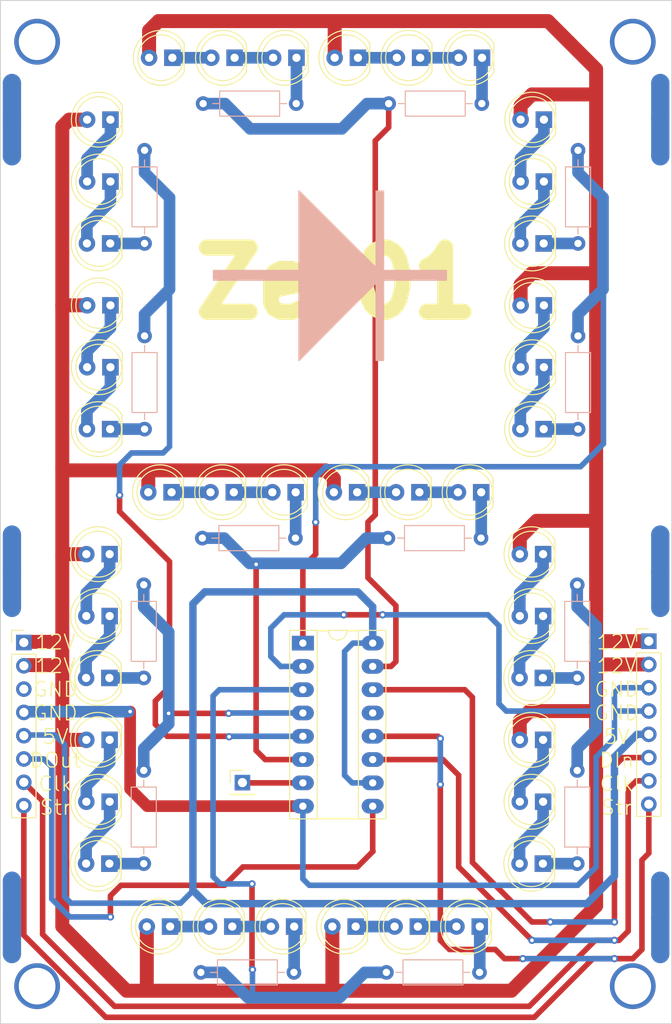
<source format=kicad_pcb>
(kicad_pcb (version 20211014) (generator pcbnew)
  (layers (0 "F.Cu" signal) (31 "B.Cu" signal) (34 "B.Paste" user) (35 "F.Paste" user) (36 "B.SilkS" user "B.Silkscreen") (37 "F.SilkS" user "F.Silkscreen") (38 "B.Mask" user) (39 "F.Mask" user) (44 "Edge.Cuts" user))
  (net 0 "")
  (footprint "LED_THT:LED_D5.0mm" (layer "F.Cu") (at 98.9125 89.8875 180)
    (fp_text reference "REF**" hide)
    (fp_text value "LED_D5.0mm" hide)
  )
  (footprint "LED_THT:LED_D5.0mm" (layer "F.Cu") (at 146.1875 103.3875 180)
    (fp_text reference "REF**" hide)
    (fp_text value "LED_D5.0mm" hide)
  )
  (footprint "LED_THT:LED_D5.0mm" (layer "F.Cu") (at 112.55 35.75 180)
    (fp_text reference "REF**" hide)
    (fp_text value "LED_D5.0mm" hide)
  )
  (footprint "LED_THT:LED_D5.0mm" (layer "F.Cu") (at 146.2125 110.1375 180)
    (fp_text reference "REF**" hide)
    (fp_text value "LED_D5.0mm" hide)
  )
  (footprint "LED_THT:LED_D5.0mm" (layer "F.Cu") (at 119.2125 83.1375 180)
    (fp_text reference "REF**" hide)
    (fp_text value "LED_D5.0mm" hide)
  )
  (footprint "LED_THT:LED_D5.0mm" (layer "F.Cu") (at 112.3 130.5 180)
    (fp_text reference "REF**" hide)
    (fp_text value "LED_D5.0mm" hide)
  )
  (footprint "LED_THT:LED_D5.0mm" (layer "F.Cu") (at 146.275 76.25 180)
    (fp_text reference "REF**" hide)
    (fp_text value "LED_D5.0mm" hide)
  )
  (footprint "LED_THT:LED_D5.0mm" (layer "F.Cu") (at 146.3 49.25 180)
    (fp_text reference "REF**" hide)
    (fp_text value "LED_D5.0mm" hide)
  )
  (footprint "LED_THT:LED_D5.0mm" (layer "F.Cu") (at 98.8875 103.3875 180)
    (fp_text reference "REF**" hide)
    (fp_text value "LED_D5.0mm" hide)
  )
  (footprint "LED_THT:LED_D5.0mm" (layer "F.Cu") (at 146.1875 123.6375 180)
    (fp_text reference "REF**" hide)
    (fp_text value "LED_D5.0mm" hide)
  )
  (footprint "LED_THT:LED_D5.0mm" (layer "F.Cu") (at 112.4625 83.1375 180)
    (fp_text reference "REF**" hide)
    (fp_text value "LED_D5.0mm" hide)
  )
  (footprint "LED_THT:LED_D5.0mm" (layer "F.Cu") (at 98.975 76.25 180)
    (fp_text reference "REF**" hide)
    (fp_text value "LED_D5.0mm" hide)
  )
  (footprint "LED_THT:LED_D5.0mm" (layer "F.Cu") (at 98.9125 110.1375 180)
    (fp_text reference "REF**" hide)
    (fp_text value "LED_D5.0mm" hide)
  )
  (footprint "LED_THT:LED_D5.0mm" (layer "F.Cu") (at 98.8875 123.6375 180)
    (fp_text reference "REF**" hide)
    (fp_text value "LED_D5.0mm" hide)
  )
  (footprint "Package_DIP:DIP-16_W7.62mm_Socket_LongPads" (layer "F.Cu") (at 120 99.59)
    (fp_text reference "REF**" hide)
    (fp_text value "DIP-16_W7.62mm_Socket_LongPads" hide)
  )
  (footprint "LED_THT:LED_D5.0mm" (layer "F.Cu") (at 99 62.75 180)
    (fp_text reference "REF**" hide)
    (fp_text value "LED_D5.0mm" hide)
  )
  (footprint "LED_THT:LED_D5.0mm" (layer "F.Cu") (at 146.2125 96.6375 180)
    (fp_text reference "REF**" hide)
    (fp_text value "LED_D5.0mm" hide)
  )
  (footprint "LED_THT:LED_D5.0mm" (layer "F.Cu") (at 146.2125 116.8875 180)
    (fp_text reference "REF**" hide)
    (fp_text value "LED_D5.0mm" hide)
  )
  (footprint "LED_THT:LED_D5.0mm" (layer "F.Cu") (at 105.51 130.5 180)
    (fp_text reference "REF**" hide)
    (fp_text value "LED_D5.0mm" hide)
  )
  (footprint "Connector_PinHeader_2.54mm:PinHeader_1x08_P2.54mm_Vertical" (layer "F.Cu") (at 89.55 99.525)
    (fp_text reference "REF**" hide)
    (fp_text value "PinHeader_1x08_P2.54mm_Vertical" hide)
  )
  (footprint "LED_THT:LED_D5.0mm" (layer "F.Cu") (at 119.05 130.5 180)
    (fp_text reference "REF**" hide)
    (fp_text value "LED_D5.0mm" hide)
  )
  (footprint "LED_THT:LED_D5.0mm" (layer "F.Cu") (at 99 49.25 180)
    (fp_text reference "REF**" hide)
    (fp_text value "LED_D5.0mm" hide)
  )
  (footprint "LED_THT:LED_D5.0mm" (layer "F.Cu") (at 99 42.5 180)
    (fp_text reference "REF**" hide)
    (fp_text value "LED_D5.0mm" hide)
  )
  (footprint "LED_THT:LED_D5.0mm" (layer "F.Cu") (at 146.3 62.75 180)
    (fp_text reference "REF**" hide)
    (fp_text value "LED_D5.0mm" hide)
  )
  (footprint "LED_THT:LED_D5.0mm" (layer "F.Cu") (at 99 69.5 180)
    (fp_text reference "REF**" hide)
    (fp_text value "LED_D5.0mm" hide)
  )
  (footprint "LED_THT:LED_D5.0mm" (layer "F.Cu") (at 105.6725 83.1375 180)
    (fp_text reference "REF**" hide)
    (fp_text value "LED_D5.0mm" hide)
  )
  (footprint "LED_THT:LED_D5.0mm" (layer "F.Cu") (at 132.55 130.5 180)
    (fp_text reference "REF**" hide)
    (fp_text value "LED_D5.0mm" hide)
  )
  (footprint "LED_THT:LED_D5.0mm" (layer "F.Cu") (at 105.76 35.75 180)
    (fp_text reference "REF**" hide)
    (fp_text value "LED_D5.0mm" hide)
  )
  (footprint "Connector_PinHeader_2.54mm:PinHeader_1x01_P2.54mm_Vertical" (layer "F.Cu") (at 113.400002 114.799999)
    (fp_text reference "REF**" hide)
    (fp_text value "PinHeader_1x01_P2.54mm_Vertical" hide)
  )
  (footprint "LED_THT:LED_D5.0mm" (layer "F.Cu") (at 146.275 56 180)
    (fp_text reference "REF**" hide)
    (fp_text value "LED_D5.0mm" hide)
  )
  (footprint "LED_THT:LED_D5.0mm" (layer "F.Cu") (at 146.3 69.5 180)
    (fp_text reference "REF**" hide)
    (fp_text value "LED_D5.0mm" hide)
  )
  (footprint "LED_THT:LED_D5.0mm" (layer "F.Cu") (at 98.975 56 180)
    (fp_text reference "REF**" hide)
    (fp_text value "LED_D5.0mm" hide)
  )
  (footprint "LED_THT:LED_D5.0mm" (layer "F.Cu") (at 146.3 42.5 180)
    (fp_text reference "REF**" hide)
    (fp_text value "LED_D5.0mm" hide)
  )
  (footprint "LED_THT:LED_D5.0mm" (layer "F.Cu") (at 139.55 35.75 180)
    (fp_text reference "REF**" hide)
    (fp_text value "LED_D5.0mm" hide)
  )
  (footprint "LED_THT:LED_D5.0mm" (layer "F.Cu") (at 126.01 35.75 180)
    (fp_text reference "REF**" hide)
    (fp_text value "LED_D5.0mm" hide)
  )
  (footprint "LED_THT:LED_D5.0mm" (layer "F.Cu") (at 98.9125 96.6375 180)
    (fp_text reference "REF**" hide)
    (fp_text value "LED_D5.0mm" hide)
  )
  (footprint "LED_THT:LED_D5.0mm" (layer "F.Cu") (at 146.2125 89.8875 180)
    (fp_text reference "REF**" hide)
    (fp_text value "LED_D5.0mm" hide)
  )
  (footprint "LED_THT:LED_D5.0mm" (layer "F.Cu") (at 139.3 130.5 180)
    (fp_text reference "REF**" hide)
    (fp_text value "LED_D5.0mm" hide)
  )
  (footprint "LED_THT:LED_D5.0mm" (layer "F.Cu") (at 119.3 35.75 180)
    (fp_text reference "REF**" hide)
    (fp_text value "LED_D5.0mm" hide)
  )
  (footprint "LED_THT:LED_D5.0mm" (layer "F.Cu") (at 125.9225 83.1375 180)
    (fp_text reference "REF**" hide)
    (fp_text value "LED_D5.0mm" hide)
  )
  (footprint "Connector_PinHeader_2.54mm:PinHeader_1x08_P2.54mm_Vertical" (layer "F.Cu") (at 157.75 99.375)
    (fp_text reference "REF**" hide)
    (fp_text value "PinHeader_1x08_P2.54mm_Vertical" hide)
  )
  (footprint "LED_THT:LED_D5.0mm" (layer "F.Cu") (at 139.4625 83.1375 180)
    (fp_text reference "REF**" hide)
    (fp_text value "LED_D5.0mm" hide)
  )
  (footprint "LED_THT:LED_D5.0mm" (layer "F.Cu") (at 125.76 130.5 180)
    (fp_text reference "REF**" hide)
    (fp_text value "LED_D5.0mm" hide)
  )
  (footprint "LED_THT:LED_D5.0mm" (layer "F.Cu") (at 98.9125 116.8875 180)
    (fp_text reference "REF**" hide)
    (fp_text value "LED_D5.0mm" hide)
  )
  (footprint "LED_THT:LED_D5.0mm" (layer "F.Cu") (at 132.8 35.75 180)
    (fp_text reference "REF**" hide)
    (fp_text value "LED_D5.0mm" hide)
  )
  (footprint "LED_THT:LED_D5.0mm" (layer "F.Cu") (at 132.7125 83.1375 180)
    (fp_text reference "REF**" hide)
    (fp_text value "LED_D5.0mm" hide)
  )
  (footprint "Resistor_THT:R_Axial_DIN0207_L6.3mm_D2.5mm_P10.16mm_Horizontal" (layer "B.Cu") (at 139.4375 88.1375 180)
    (fp_text reference "REF**" hide)
    (fp_text value "R_Axial_DIN0207_L6.3mm_D2.5mm_P10.16mm_Horizontal" hide)
  )
  (footprint "Resistor_THT:R_Axial_DIN0207_L6.3mm_D2.5mm_P10.16mm_Horizontal" (layer "B.Cu") (at 102.725 45.84 -90)
    (fp_text reference "REF**" hide)
    (fp_text value "R_Axial_DIN0207_L6.3mm_D2.5mm_P10.16mm_Horizontal" hide)
  )
  (footprint "Resistor_THT:R_Axial_DIN0207_L6.3mm_D2.5mm_P10.16mm_Horizontal" (layer "B.Cu") (at 119.275 40.75 180)
    (fp_text reference "REF**" hide)
    (fp_text value "R_Axial_DIN0207_L6.3mm_D2.5mm_P10.16mm_Horizontal" hide)
  )
  (footprint "Resistor_THT:R_Axial_DIN0207_L6.3mm_D2.5mm_P10.16mm_Horizontal" (layer "B.Cu") (at 149.9375 113.4775 -90)
    (fp_text reference "REF**" hide)
    (fp_text value "R_Axial_DIN0207_L6.3mm_D2.5mm_P10.16mm_Horizontal" hide)
  )
  (footprint "Resistor_THT:R_Axial_DIN0207_L6.3mm_D2.5mm_P10.16mm_Horizontal" (layer "B.Cu") (at 102.6375 93.2275 -90)
    (fp_text reference "REF**" hide)
    (fp_text value "R_Axial_DIN0207_L6.3mm_D2.5mm_P10.16mm_Horizontal" hide)
  )
  (footprint "Resistor_THT:R_Axial_DIN0207_L6.3mm_D2.5mm_P10.16mm_Horizontal" (layer "B.Cu") (at 150.025 66.09 -90)
    (fp_text reference "REF**" hide)
    (fp_text value "R_Axial_DIN0207_L6.3mm_D2.5mm_P10.16mm_Horizontal" hide)
  )
  (footprint "NetTie:NetTie-3_SMD_Pad2.0mm" (layer "B.Cu") (at 88.25 91.75 -90)
    (fp_text reference "REF**" hide)
    (fp_text value "NetTie-3_SMD_Pad2.0mm" hide)
  )
  (footprint "Resistor_THT:R_Axial_DIN0207_L6.3mm_D2.5mm_P10.16mm_Horizontal" (layer "B.Cu") (at 139.525 40.75 180)
    (fp_text reference "REF**" hide)
    (fp_text value "R_Axial_DIN0207_L6.3mm_D2.5mm_P10.16mm_Horizontal" hide)
  )
  (footprint "NetTie:NetTie-3_SMD_Pad2.0mm" (layer "B.Cu") (at 88.25 129.5 -90)
    (fp_text reference "REF**" hide)
    (fp_text value "NetTie-3_SMD_Pad2.0mm" hide)
  )
  (footprint "Resistor_THT:R_Axial_DIN0207_L6.3mm_D2.5mm_P10.16mm_Horizontal" (layer "B.Cu") (at 102.6375 113.4775 -90)
    (fp_text reference "REF**" hide)
    (fp_text value "R_Axial_DIN0207_L6.3mm_D2.5mm_P10.16mm_Horizontal" hide)
  )
  (footprint "NetTie:NetTie-3_SMD_Pad2.0mm" (layer "B.Cu") (at 159 91.75 -90)
    (fp_text reference "REF**" hide)
    (fp_text value "NetTie-3_SMD_Pad2.0mm" hide)
  )
  (footprint "Resistor_THT:R_Axial_DIN0207_L6.3mm_D2.5mm_P10.16mm_Horizontal" (layer "B.Cu") (at 149.9375 93.2275 -90)
    (fp_text reference "REF**" hide)
    (fp_text value "R_Axial_DIN0207_L6.3mm_D2.5mm_P10.16mm_Horizontal" hide)
  )
  (footprint "NetTie:NetTie-3_SMD_Pad2.0mm" (layer "B.Cu") (at 159 129.5 -90)
    (fp_text reference "REF**" hide)
    (fp_text value "NetTie-3_SMD_Pad2.0mm" hide)
  )
  (footprint "Resistor_THT:R_Axial_DIN0207_L6.3mm_D2.5mm_P10.16mm_Horizontal" (layer "B.Cu") (at 102.725 66.09 -90)
    (fp_text reference "REF**" hide)
    (fp_text value "R_Axial_DIN0207_L6.3mm_D2.5mm_P10.16mm_Horizontal" hide)
  )
  (footprint "Resistor_THT:R_Axial_DIN0207_L6.3mm_D2.5mm_P10.16mm_Horizontal" (layer "B.Cu") (at 119.025 135.5 180)
    (fp_text reference "REF**" hide)
    (fp_text value "R_Axial_DIN0207_L6.3mm_D2.5mm_P10.16mm_Horizontal" hide)
  )
  (footprint "NetTie:NetTie-3_SMD_Pad2.0mm" (layer "B.Cu") (at 88.25 42.5 -90)
    (fp_text reference "REF**" hide)
    (fp_text value "NetTie-3_SMD_Pad2.0mm" hide)
  )
  (footprint "Resistor_THT:R_Axial_DIN0207_L6.3mm_D2.5mm_P10.16mm_Horizontal" (layer "B.Cu") (at 150.025 45.84 -90)
    (fp_text reference "REF**" hide)
    (fp_text value "R_Axial_DIN0207_L6.3mm_D2.5mm_P10.16mm_Horizontal" hide)
  )
  (footprint "NetTie:NetTie-3_SMD_Pad2.0mm" (layer "B.Cu") (at 159 42.5 -90)
    (fp_text reference "REF**" hide)
    (fp_text value "NetTie-3_SMD_Pad2.0mm" hide)
  )
  (footprint "Resistor_THT:R_Axial_DIN0207_L6.3mm_D2.5mm_P10.16mm_Horizontal" (layer "B.Cu") (at 119.1875 88.1375 180)
    (fp_text reference "REF**" hide)
    (fp_text value "R_Axial_DIN0207_L6.3mm_D2.5mm_P10.16mm_Horizontal" hide)
  )
  (footprint "Resistor_THT:R_Axial_DIN0207_L6.3mm_D2.5mm_P10.16mm_Horizontal" (layer "B.Cu") (at 139.275 135.5 180)
    (fp_text reference "REF**" hide)
    (fp_text value "R_Axial_DIN0207_L6.3mm_D2.5mm_P10.16mm_Horizontal" hide)
  )
  (gr_poly (pts (xy 128.802505 59.468613) (xy 119.577505 68.768613) (xy 119.577505 50.268613)) (layer "B.SilkS") (width 0.15) (fill solid))
  (gr_rect (start 128 68.75) (end 128.8 50.3) (layer "B.SilkS") (width 0.15) (fill solid))
  (gr_rect (start 135.65 58.95) (end 110.25 60) (layer "B.SilkS") (width 0.15) (fill solid))
  (gr_rect (start 160.25 141.1) (end 87 29.5) (layer "Edge.Cuts") (width 0.1) (fill none))
  (gr_text "Zer01" (at 123.7 60.3) (layer "F.SilkS") (effects (font (size 7 7) (thickness 1.75))))
  (gr_text "12V\n12V\nGND\nGND\n5V\nDIn\nClk\nStr" (at 154.25 108.5) (layer "F.SilkS") (effects (font (size 1.6 1.6))))
  (gr_text "12V\n12V\nGND\nGND\n5V\nDOut\nClk\nStr" (at 92.999992 108.500012) (layer "F.SilkS") (effects (font (size 1.6 1.6))))
  (segment (start 127.1 86.4) (end 127.9 85.6) (width 0.6096) (layer "F.Cu") (net 0))
  (segment (start 98.4952 140.3952) (end 145.2548 140.3952) (width 0.6096) (layer "F.Cu") (net 0))
  (segment (start 144 134) (end 142 134) (width 0.6096) (layer "F.Cu") (net 0))
  (segment (start 103.1325 80.8675) (end 103.25 80.75) (width 1.27) (layer "F.Cu") (net 0))
  (segment (start 129.62 102.13) (end 130.15 101.6) (width 0.6096) (layer "F.Cu") (net 0))
  (segment (start 105.2 109.75) (end 103.9 108.45) (width 0.6096) (layer "F.Cu") (net 0))
  (segment (start 103.22 32.78) (end 104.25 31.75) (width 1.524) (layer "F.Cu") (net 0))
  (segment (start 89.625008 99.449992) (end 93.650003 99.449992) (width 1.524) (layer "F.Cu") (net 0))
  (segment (start 156.385 114.615) (end 155.5 115.5) (width 0.6096) (layer "F.Cu") (net 0))
  (segment (start 123.3825 81.6325) (end 122.5 80.75) (width 1.524) (layer "F.Cu") (net 0))
  (segment (start 121.4 89.9) (end 121.4 86.4) (width 0.6096) (layer "F.Cu") (net 0))
  (segment (start 152.125 99.375) (end 152 99.5) (width 1.524) (layer "F.Cu") (net 0))
  (segment (start 136 133) (end 135 132) (width 0.6096) (layer "F.Cu") (net 0))
  (segment (start 157.75 101.915) (end 152.165 101.915) (width 1.524) (layer "F.Cu") (net 0))
  (segment (start 123.75 31.75) (end 146.75 31.75) (width 1.524) (layer "F.Cu") (net 0))
  (segment (start 145.5 86.25) (end 152 86.25) (width 1.524) (layer "F.Cu") (net 0))
  (segment (start 93.75 90) (end 93.75 80.5) (width 1.524) (layer "F.Cu") (net 0))
  (segment (start 100 85.25) (end 100 83.45) (width 0.6096) (layer "F.Cu") (net 0))
  (segment (start 141 133) (end 136 133) (width 0.6096) (layer "F.Cu") (net 0))
  (segment (start 127.1 92.45) (end 127.1 86.4) (width 0.6096) (layer "F.Cu") (net 0))
  (segment (start 147 130) (end 145 130) (width 0.6096) (layer "F.Cu") (net 0))
  (segment (start 114.45 125.85) (end 114.45 135.15) (width 0.6096) (layer "F.Cu") (net 0))
  (segment (start 127.62 102.13) (end 129.62 102.13) (width 0.6096) (layer "F.Cu") (net 0))
  (segment (start 100.15 126) (end 111.45 126) (width 0.6096) (layer "F.Cu") (net 0))
  (segment (start 121.3 90) (end 121.4 89.9) (width 0.6096) (layer "F.Cu") (net 0))
  (segment (start 152 59.25) (end 152 86.25) (width 1.524) (layer "F.Cu") (net 0))
  (segment (start 100.75 137.5) (end 93.75 130.5) (width 1.524) (layer "F.Cu") (net 0))
  (segment (start 115.89 112.29) (end 115 111.4) (width 0.6096) (layer "F.Cu") (net 0))
  (segment (start 143.76 40.99) (end 145 39.75) (width 1.524) (layer "F.Cu") (net 0))
  (segment (start 93.75 102.15) (end 93.75 99.35) (width 1.524) (layer "F.Cu") (net 0))
  (segment (start 103.02 117.37) (end 120 117.37) (width 1.27) (layer "F.Cu") (net 0))
  (segment (start 143.76 42.5) (end 143.76 40.99) (width 1.524) (layer "F.Cu") (net 0))
  (segment (start 114.9 111.3) (end 114.9 91) (width 0.6096) (layer "F.Cu") (net 0))
  (segment (start 138.5 105.5) (end 137.67 104.67) (width 0.6096) (layer "F.Cu") (net 0))
  (segment (start 152 101.75) (end 152 107) (width 1.524) (layer "F.Cu") (net 0))
  (segment (start 113.48 114.83) (end 113.45 114.8) (width 0.6096) (layer "F.Cu") (net 0))
  (segment (start 155.5 115.5) (end 155.5 131) (width 0.6096) (layer "F.Cu") (net 0))
  (segment (start 155.5 131) (end 154.5 132) (width 0.6096) (layer "F.Cu") (net 0))
  (segment (start 123.25 137.5) (end 142.75 137.5) (width 1.524) (layer "F.Cu") (net 0))
  (segment (start 143.6725 88.0775) (end 145.5 86.25) (width 1.524) (layer "F.Cu") (net 0))
  (segment (start 135 132) (end 135 115) (width 0.6096) (layer "F.Cu") (net 0))
  (segment (start 99 127.15) (end 100.15 126) (width 0.6096) (layer "F.Cu") (net 0))
  (segment (start 91.6 116.815) (end 91.6 131.35) (width 0.6096) (layer "F.Cu") (net 0))
  (segment (start 89.55 102.065) (end 89.625008 101.989992) (width 1.524) (layer "F.Cu") (net 0))
  (segment (start 143.76 60.49) (end 145 59.25) (width 1.524) (layer "F.Cu") (net 0))
  (segment (start 130.15 101.6) (end 130.15 95.5) (width 0.6096) (layer "F.Cu") (net 0))
  (segment (start 145 39.75) (end 152 39.75) (width 1.524) (layer "F.Cu") (net 0))
  (segment (start 96.3725 89.8875) (end 93.8625 89.8875) (width 1.524) (layer "F.Cu") (net 0))
  (segment (start 157.75 99.375) (end 152.125 99.375) (width 1.524) (layer "F.Cu") (net 0))
  (segment (start 103.22 35.75) (end 103.22 32.78) (width 1.524) (layer "F.Cu") (net 0))
  (segment (start 105.45 90.7) (end 100.35 85.6) (width 0.6096) (layer "F.Cu") (net 0))
  (segment (start 137 114) (end 135.29 112.29) (width 0.6096) (layer "F.Cu") (net 0))
  (segment (start 93.8875 110.1375) (end 93.75 110) (width 1.27) (layer "F.Cu") (net 0))
  (segment (start 124.45 96.5) (end 128.7 96.5) (width 0.6096) (layer "F.Cu") (net 0))
  (segment (start 151.65 134) (end 154 134) (width 0.6096) (layer "F.Cu") (net 0))
  (segment (start 99.4452 139.1952) (end 144.7048 139.1952) (width 0.6096) (layer "F.Cu") (net 0))
  (segment (start 144.75 107) (end 152 107) (width 1.524) (layer "F.Cu") (net 0))
  (segment (start 127.9 85.6) (end 127.9 44.8) (width 0.6096) (layer "F.Cu") (net 0))
  (segment (start 111.95 109.8) (end 111.9 109.75) (width 0.6096) (layer "F.Cu") (net 0))
  (segment (start 123.22 137.47) (end 123.25 137.5) (width 1.27) (layer "F.Cu") (net 0))
  (segment (start 154 113) (end 154 130) (width 0.6096) (layer "F.Cu") (net 0))
  (segment (start 157 133) (end 157 123.25) (width 0.6096) (layer "F.Cu") (net 0))
  (segment (start 93.75 80.5) (end 93.75 62.75) (width 1.524) (layer "F.Cu") (net 0))
  (segment (start 93.59 101.99) (end 93.75 102.15) (width 0.6096) (layer "F.Cu") (net 0))
  (segment (start 145 132) (end 137 124) (width 0.6096) (layer "F.Cu") (net 0))
  (segment (start 123.47 32.03) (end 123.75 31.75) (width 1.27) (layer "F.Cu") (net 0))
  (segment (start 137 124) (end 137 114) (width 0.6096) (layer "F.Cu") (net 0))
  (segment (start 111.9 109.75) (end 105.2 109.75) (width 0.6096) (layer "F.Cu") (net 0))
  (segment (start 123.47 35.75) (end 123.47 32.03) (width 1.524) (layer "F.Cu") (net 0))
  (segment (start 152 99.5) (end 152 101.75) (width 1.524) (layer "F.Cu") (net 0))
  (segment (start 100.35 85.6) (end 100 85.25) (width 0.6096) (layer "F.Cu") (net 0))
  (segment (start 130.15 95.5) (end 127.1 92.45) (width 0.6096) (layer "F.Cu") (net 0))
  (segment (start 154.925 112.075) (end 154 113) (width 0.6096) (layer "F.Cu") (net 0))
  (segment (start 103 137.5) (end 100.75 137.5) (width 1.524) (layer "F.Cu") (net 0))
  (segment (start 129.365 43.335) (end 129.365 40.75) (width 0.6096) (layer "F.Cu") (net 0))
  (segment (start 101.15 107.05) (end 101.15 115.5) (width 1.27) (layer "F.Cu") (net 0))
  (segment (start 93.75 130.5) (end 93.75 110) (width 1.524) (layer "F.Cu") (net 0))
  (segment (start 115 111.4) (end 114.9 111.3) (width 0.6096) (layer "F.Cu") (net 0))
  (segment (start 99 129.45) (end 99 127.15) (width 0.6096) (layer "F.Cu") (net 0))
  (segment (start 120 91.3) (end 121.3 90) (width 0.6096) (layer "F.Cu") (net 0))
  (segment (start 143.6725 110.1375) (end 143.6725 108.0775) (width 1.524) (layer "F.Cu") (net 0))
  (segment (start 113.45 124) (end 125.95 124) (width 0.6096) (layer "F.Cu") (net 0))
  (segment (start 93.75 110) (end 93.75 102.15) (width 1.524) (layer "F.Cu") (net 0))
  (segment (start 138.5 123.5) (end 138.5 105.5) (width 0.6096) (layer "F.Cu") (net 0))
  (segment (start 134.75 109.75) (end 127.62 109.75) (width 0.6096) (layer "F.Cu") (net 0))
  (segment (start 157.75 114.615) (end 156.385 114.615) (width 0.6096) (layer "F.Cu") (net 0))
  (segment (start 114.45 135.15) (end 114.5 135.2) (width 0.6096) (layer "F.Cu") (net 0))
  (segment (start 103.25 80.75) (end 94 80.75) (width 1.524) (layer "F.Cu") (net 0))
  (segment (start 103.9 105.95) (end 103.9 105.9) (width 0.6096) (layer "F.Cu") (net 0))
  (segment (start 94 80.75) (end 93.75 80.5) (width 1.27) (layer "F.Cu") (net 0))
  (segment (start 111.9 107.25) (end 105.35 107.25) (width 0.6096) (layer "F.Cu") (net 0))
  (segment (start 91.6 131.35) (end 99.4452 139.1952) (width 0.6096) (layer "F.Cu") (net 0))
  (segment (start 135 110) (end 134.75 109.75) (width 0.6096) (layer "F.Cu") (net 0))
  (segment (start 125.95 124) (end 127.65 122.3) (width 0.6096) (layer "F.Cu") (net 0))
  (segment (start 105.45 104.35) (end 105.45 90.7) (width 0.6096) (layer "F.Cu") (net 0))
  (segment (start 157.75 122.5) (end 157.75 117.155) (width 0.6096) (layer "F.Cu") (net 0))
  (segment (start 145 59.25) (end 152 59.25) (width 1.524) (layer "F.Cu") (net 0))
  (segment (start 94.5 42.5) (end 96.46 42.5) (width 1.524) (layer "F.Cu") (net 0))
  (segment (start 144.7048 139.1952) (end 151.9 132) (width 0.6096) (layer "F.Cu") (net 0))
  (segment (start 127.65 122.3) (end 127.62 122.27) (width 0.6096) (layer "F.Cu") (net 0))
  (segment (start 157 123.25) (end 157.75 122.5) (width 0.6096) (layer "F.Cu") (net 0))
  (segment (start 89.55 114.765) (end 91.6 116.815) (width 0.6096) (layer "F.Cu") (net 0))
  (segment (start 157.75 112.075) (end 154.925 112.075) (width 0.6096) (layer "F.Cu") (net 0))
  (segment (start 120 112.29) (end 115.89 112.29) (width 0.6096) (layer "F.Cu") (net 0))
  (segment (start 152 39.75) (end 152 59.25) (width 1.524) (layer "F.Cu") (net 0))
  (segment (start 123.25 137.5) (end 103 137.5) (width 1.524) (layer "F.Cu") (net 0))
  (segment (start 93.75 62.75) (end 93.75 43.25) (width 1.524) (layer "F.Cu") (net 0))
  (segment (start 89.55 99.525) (end 89.625008 99.449992) (width 1.524) (layer "F.Cu") (net 0))
  (segment (start 127.62 122.27) (end 127.62 117.37) (width 0.6096) (layer "F.Cu") (net 0))
  (segment (start 120 99.59) (end 120 91.3) (width 0.6096) (layer "F.Cu") (net 0))
  (segment (start 137.67 104.67) (end 127.62 104.67) (width 0.6096) (layer "F.Cu") (net 0))
  (segment (start 143.76 62.75) (end 143.76 60.49) (width 1.524) (layer "F.Cu") (net 0))
  (segment (start 104.25 31.75) (end 123.75 31.75) (width 1.524) (layer "F.Cu") (net 0))
  (segment (start 145.2548 140.3952) (end 151.65 134) (width 0.6096) (layer "F.Cu") (net 0))
  (segment (start 145 130) (end 138.5 123.5) (width 0.6096) (layer "F.Cu") (net 0))
  (segment (start 96.3725 110.1375) (end 93.8875 110.1375) (width 1.524) (layer "F.Cu") (net 0))
  (segment (start 101.15 115.5) (end 103.02 117.37) (width 1.27) (layer "F.Cu") (net 0))
  (segment (start 123.3825 83.1375) (end 123.3825 81.6325) (width 1.524) (layer "F.Cu") (net 0))
  (segment (start 143.6725 108.0775) (end 144.75 107) (width 1.524) (layer "F.Cu") (net 0))
  (segment (start 154 134) (end 156 134) (width 0.6096) (layer "F.Cu") (net 0))
  (segment (start 93.75 99.35) (end 93.75 90) (width 1.524) (layer "F.Cu") (net 0))
  (segment (start 103.9 105.9) (end 105.45 104.35) (width 0.6096) (layer "F.Cu") (net 0))
  (segment (start 93.8625 89.8875) (end 93.75 90) (width 1.27) (layer "F.Cu") (net 0))
  (segment (start 89.55 131.45) (end 98.4952 140.3952) (width 0.6096) (layer "F.Cu") (net 0))
  (segment (start 152 86.25) (end 152 99.5) (width 1.524) (layer "F.Cu") (net 0))
  (segment (start 93.65 99.45) (end 93.75 99.35) (width 0.6096) (layer "F.Cu") (net 0))
  (segment (start 143.6725 89.8875) (end 143.6725 88.0775) (width 1.524) (layer "F.Cu") (net 0))
  (segment (start 142 134) (end 141 133) (width 0.6096) (layer "F.Cu") (net 0))
  (segment (start 120 114.83) (end 113.48 114.83) (width 0.6096) (layer "F.Cu") (net 0))
  (segment (start 127.9 44.8) (end 129.365 43.335) (width 0.6096) (layer "F.Cu") (net 0))
  (segment (start 89.625008 101.989992) (end 93.590008 101.989992) (width 1.524) (layer "F.Cu") (net 0))
  (segment (start 135.29 112.29) (end 127.62 112.29) (width 0.6096) (layer "F.Cu") (net 0))
  (segment (start 156 134) (end 157 133) (width 0.6096) (layer "F.Cu") (net 0))
  (segment (start 93.75 43.25) (end 94.5 42.5) (width 1.524) (layer "F.Cu") (net 0))
  (segment (start 152.165 101.915) (end 152 101.75) (width 1.524) (layer "F.Cu") (net 0))
  (segment (start 152 37) (end 152 39.75) (width 1.524) (layer "F.Cu") (net 0))
  (segment (start 123.22 130.5) (end 123.22 137.47) (width 1.524) (layer "F.Cu") (net 0))
  (segment (start 151.9 132) (end 154 132) (width 0.6096) (layer "F.Cu") (net 0))
  (segment (start 152 128.25) (end 152 107) (width 1.524) (layer "F.Cu") (net 0))
  (segment (start 122.5 80.75) (end 103.25 80.75) (width 1.524) (layer "F.Cu") (net 0))
  (segment (start 111.45 126) (end 113.45 124) (width 0.6096) (layer "F.Cu") (net 0))
  (segment (start 102.97 137.47) (end 103 137.5) (width 1.27) (layer "F.Cu") (net 0))
  (segment (start 96.46 62.75) (end 93.75 62.75) (width 1.524) (layer "F.Cu") (net 0))
  (segment (start 154.5 132) (end 154 132) (width 0.6096) (layer "F.Cu") (net 0))
  (segment (start 102.97 130.5) (end 102.97 137.47) (width 1.524) (layer "F.Cu") (net 0))
  (segment (start 103.9 108.45) (end 103.9 105.95) (width 0.6096) (layer "F.Cu") (net 0))
  (segment (start 146.75 31.75) (end 152 37) (width 1.524) (layer "F.Cu") (net 0))
  (segment (start 103.1325 83.1375) (end 103.1325 80.8675) (width 1.524) (layer "F.Cu") (net 0))
  (segment (start 89.55 117.305) (end 89.55 131.45) (width 0.6096) (layer "F.Cu") (net 0))
  (segment (start 142.75 137.5) (end 152 128.25) (width 1.524) (layer "F.Cu") (net 0))
  (via (at 154 134) (size 0.8) (drill 0.4) (layers "F.Cu" "B.Cu") (net 0))
  (via (at 99 129.45) (size 0.8) (drill 0.4) (layers "F.Cu" "B.Cu") (net 0))
  (via (at 114.5 135.2) (size 0.8) (drill 0.4) (layers "F.Cu" "B.Cu") (net 0))
  (via (at 114.45 125.85) (size 0.8) (drill 0.4) (layers "F.Cu" "B.Cu") (net 0))
  (via (at 121.4 86.4) (size 0.8) (drill 0.4) (layers "F.Cu" "B.Cu") (net 0))
  (via (at 101.15 107.05) (size 0.8) (drill 0.4) (layers "F.Cu" "B.Cu") (net 0))
  (via (at 156 137) (size 5) (drill 4) (layers "F.Cu" "B.Cu") (net 0))
  (via (at 91 34) (size 5) (drill 4) (layers "F.Cu" "B.Cu") (net 0))
  (via (at 111.9 107.25) (size 0.8) (drill 0.4) (layers "F.Cu" "B.Cu") (net 0))
  (via (at 100 83.45) (size 0.8) (drill 0.4) (layers "F.Cu" "B.Cu") (net 0))
  (via (at 147 130) (size 0.8) (drill 0.4) (layers "F.Cu" "B.Cu") (net 0))
  (via (at 105.35 107.25) (size 0.8) (drill 0.4) (layers "F.Cu" "B.Cu") (net 0))
  (via (at 154 130) (size 0.8) (drill 0.4) (layers "F.Cu" "B.Cu") (net 0))
  (via (at 144 134) (size 0.8) (drill 0.4) (layers "F.Cu" "B.Cu") (net 0))
  (via (at 128.7 96.5) (size 0.8) (drill 0.4) (layers "F.Cu" "B.Cu") (net 0))
  (via (at 111.95 109.8) (size 0.8) (drill 0.4) (layers "F.Cu" "B.Cu") (net 0))
  (via (at 145 132) (size 0.8) (drill 0.4) (layers "F.Cu" "B.Cu") (net 0))
  (via (at 135 115) (size 0.8) (drill 0.4) (layers "F.Cu" "B.Cu") (net 0))
  (via (at 135 110) (size 0.8) (drill 0.4) (layers "F.Cu" "B.Cu") (net 0))
  (via (at 124.45 96.5) (size 0.8) (drill 0.4) (layers "F.Cu" "B.Cu") (net 0))
  (via (at 156 34) (size 5) (drill 4) (layers "F.Cu" "B.Cu") (net 0))
  (via (at 154 132) (size 0.8) (drill 0.4) (layers "F.Cu" "B.Cu") (net 0))
  (via (at 114.9 91) (size 0.8) (drill 0.4) (layers "F.Cu" "B.Cu") (net 0))
  (via (at 91 137) (size 5) (drill 4) (layers "F.Cu" "B.Cu") (net 0))
  (segment (start 117.62 102.13) (end 120 102.13) (width 0.6096) (layer "B.Cu") (net 0))
  (segment (start 146.3 62.75) (end 146.3 65.2) (width 1.27) (layer "B.Cu") (net 0))
  (segment (start 146.3 51.45) (end 146.3 49.25) (width 1.27) (layer "B.Cu") (net 0))
  (segment (start 146.1875 123.6375) (end 149.9375 123.6375) (width 1.27) (layer "B.Cu") (net 0))
  (segment (start 152.75 51) (end 152.75 61) (width 1.27) (layer "B.Cu") (net 0))
  (segment (start 143.6625 94.1375) (end 143.6725 94.1475) (width 1.27) (layer "B.Cu") (net 0))
  (segment (start 89.625 109.61) (end 92.96 109.61) (width 0.6096) (layer "B.Cu") (net 0))
  (segment (start 146.3 71.7) (end 146.3 69.5) (width 1.27) (layer "B.Cu") (net 0))
  (segment (start 102.6375 111.1125) (end 102.6375 113.4775) (width 1.27) (layer "B.Cu") (net 0))
  (segment (start 98.9125 98.8375) (end 98.9125 96.6375) (width 1.27) (layer "B.Cu") (net 0))
  (segment (start 157.75 104.455) (end 154.545 104.455) (width 0.6096) (layer "B.Cu") (net 0))
  (segment (start 96.435 76.25) (end 96.435 74.265) (width 1.27) (layer "B.Cu") (net 0))
  (segment (start 141.4 106.2) (end 142.2 107) (width 0.6096) (layer "B.Cu") (net 0))
  (segment (start 124.55 114) (end 124.55 100.5) (width 0.6096) (layer "B.Cu") (net 0))
  (segment (start 152 124) (end 150 126) (width 0.6096) (layer "B.Cu") (net 0))
  (segment (start 124.25 43.5) (end 127 40.75) (width 1.27) (layer "B.Cu") (net 0))
  (segment (start 146.275 56) (end 150.025 56) (width 1.27) (layer "B.Cu") (net 0))
  (segment (start 105.51 130.5) (end 109.76 130.5) (width 1.27) (layer "B.Cu") (net 0))
  (segment (start 114.5 137.85) (end 114.9 138.25) (width 0.6096) (layer "B.Cu") (net 0))
  (segment (start 117.95 96.5) (end 116.5 97.95) (width 0.6096) (layer "B.Cu") (net 0))
  (segment (start 124.45 96.5) (end 117.95 96.5) (width 0.6096) (layer "B.Cu") (net 0))
  (segment (start 116.5 97.95) (end 116.5 101.05) (width 0.6096) (layer "B.Cu") (net 0))
  (segment (start 143.6475 103.3875) (end 143.6475 101.4025) (width 1.27) (layer "B.Cu") (net 0))
  (segment (start 125.38 114.83) (end 124.55 114) (width 0.6096) (layer "B.Cu") (net 0))
  (segment (start 99 71.7) (end 99 69.5) (width 1.27) (layer "B.Cu") (net 0))
  (segment (start 120 107.21) (end 111.94 107.21) (width 0.6096) (layer "B.Cu") (net 0))
  (segment (start 146.3 44.2) (end 143.75 46.75) (width 1.27) (layer "B.Cu") (net 0))
  (segment (start 101 107.05) (end 101.15 107.05) (width 0.6096) (layer "B.Cu") (net 0))
  (segment (start 100 80.15) (end 101.3 78.85) (width 0.6096) (layer "B.Cu") (net 0))
  (segment (start 140.2 96.5) (end 141.4 97.7) (width 0.6096) (layer "B.Cu") (net 0))
  (segment (start 108 95.3) (end 109.3 94) (width 0.8128) (layer "B.Cu") (net 0))
  (segment (start 98.9125 91.5875) (end 96.3625 94.1375) (width 1.27) (layer "B.Cu") (net 0))
  (segment (start 109.3 94) (end 126 94) (width 0.8128) (layer "B.Cu") (net 0))
  (segment (start 119.05 130.5) (end 119.05 135.475) (width 1.27) (layer "B.Cu") (net 0))
  (segment (start 150.3 80.35) (end 152.8 77.85) (width 0.6096) (layer "B.Cu") (net 0))
  (segment (start 152 97.725) (end 152 109.05) (width 1.27) (layer "B.Cu") (net 0))
  (segment (start 105.45 51) (end 105.45 61) (width 1.27) (layer "B.Cu") (net 0))
  (segment (start 150.025 63.725) (end 150.025 66.09) (width 1.27) (layer "B.Cu") (net 0))
  (segment (start 157.75 106.995) (end 154.005 106.995) (width 0.6096) (layer "B.Cu") (net 0))
  (segment (start 119.3 35.75) (end 119.3 40.725) (width 1.27) (layer "B.Cu") (net 0))
  (segment (start 139.4625 88.1125) (end 139.4375 88.1375) (width 1.27) (layer "B.Cu") (net 0))
  (segment (start 98.9125 89.8875) (end 98.9125 91.5875) (width 1.27) (layer "B.Cu") (net 0))
  (segment (start 109.0275 88.1375) (end 111.4125 88.1375) (width 1.27) (layer "B.Cu") (net 0))
  (segment (start 143.6475 121.6525) (end 146.2125 119.0875) (width 1.27) (layer "B.Cu") (net 0))
  (segment (start 146.2125 89.8875) (end 146.2125 91.5875) (width 1.27) (layer "B.Cu") (net 0))
  (segment (start 152 112) (end 152 124) (width 0.6096) (layer "B.Cu") (net 0))
  (segment (start 96.435 74.265) (end 99 71.7) (width 1.27) (layer "B.Cu") (net 0))
  (segment (start 98.975 56) (end 102.725 56) (width 1.27) (layer "B.Cu") (net 0))
  (segment (start 111.25 135.5) (end 114 138.25) (width 1.27) (layer "B.Cu") (net 0))
  (segment (start 126.75 135.5) (end 129.115 135.5) (width 1.27) (layer "B.Cu") (net 0))
  (segment (start 102.6375 95.6625) (end 105.3625 98.3875) (width 1.27) (layer "B.Cu") (net 0))
  (segment (start 89.55 112.225) (end 91.725 112.225) (width 0.6096) (layer "B.Cu") (net 0))
  (segment (start 143.735 56) (end 143.735 54.015) (width 1.27) (layer "B.Cu") (net 0))
  (segment (start 111.4125 88.1375) (end 114.1625 90.8875) (width 1.27) (layer "B.Cu") (net 0))
  (segment (start 102.725 48.275) (end 105.45 51) (width 1.27) (layer "B.Cu") (net 0))
  (segment (start 109.45 128) (end 108 126.55) (width 0.8128) (layer "B.Cu") (net 0))
  (segment (start 114 138.25) (end 114.9 138.25) (width 1.27) (layer "B.Cu") (net 0))
  (segment (start 111 125.85) (end 114.45 125.85) (width 0.6096) (layer "B.Cu") (net 0))
  (segment (start 89.55 109.685) (end 89.625 109.61) (width 0.6096) (layer "B.Cu") (net 0))
  (segment (start 96.435 54.015) (end 99 51.45) (width 1.27) (layer "B.Cu") (net 0))
  (segment (start 92.6 127.5) (end 94.55 129.45) (width 0.6096) (layer "B.Cu") (net 0))
  (segment (start 157.75 109.535) (end 156.465 109.535) (width 0.8128) (layer "B.Cu") (net 0))
  (segment (start 143.6725 115.1275) (end 143.6725 116.8875) (width 1.27) (layer "B.Cu") (net 0))
  (segment (start 91.725 112.225) (end 92.45 112.95) (width 0.6096) (layer "B.Cu") (net 0))
  (segment (start 96.3475 123.6375) (end 96.3475 121.6525) (width 1.27) (layer "B.Cu") (net 0))
  (segment (start 150.025 48.275) (end 152.75 51) (width 1.27) (layer "B.Cu") (net 0))
  (segment (start 120 109.75) (end 112 109.75) (width 0.6096) (layer "B.Cu") (net 0))
  (segment (start 100 83.45) (end 100 80.15) (width 0.6096) (layer "B.Cu") (net 0))
  (segment (start 149.9375 93.2275) (end 149.9375 95.6625) (width 1.27) (layer "B.Cu") (net 0))
  (segment (start 100.98 107.07) (end 101 107.05) (width 0.6096) (layer "B.Cu") (net 0))
  (segment (start 146.275 76.25) (end 150.025 76.25) (width 1.27) (layer "B.Cu") (net 0))
  (segment (start 150.025 45.84) (end 150.025 48.275) (width 1.27) (layer "B.Cu") (net 0))
  (segment (start 99 51.45) (end 99 49.25) (width 1.27) (layer "B.Cu") (net 0))
  (segment (start 96.3475 103.3875) (end 96.3475 101.4025) (width 1.27) (layer "B.Cu") (net 0))
  (segment (start 115.5125 90.8875) (end 124.1625 90.8875) (width 1.27) (layer "B.Cu") (net 0))
  (segment (start 132.55 130.5) (end 136.76 130.5) (width 1.27) (layer "B.Cu") (net 0))
  (segment (start 154 134) (end 144 134) (width 0.6096) (layer "B.Cu") (net 0))
  (segment (start 92.96 109.61) (end 94 110.65) (width 0.6096) (layer "B.Cu") (net 0))
  (segment (start 112.3 130.5) (end 116.51 130.5) (width 1.27) (layer "B.Cu") (net 0))
  (segment (start 154 110) (end 152 112) (width 0.6096) (layer "B.Cu") (net 0))
  (segment (start 132.8 35.75) (end 137.01 35.75) (width 1.27) (layer "B.Cu") (net 0))
  (segment (start 119.2125 83.1375) (end 119.2125 88.1125) (width 1.27) (layer "B.Cu") (net 0))
  (segment (start 149.9375 95.6625) (end 152 97.725) (width 1.27) (layer "B.Cu") (net 0))
  (segment (start 98.9125 112.5875) (end 96.3725 115.1275) (width 1.27) (layer "B.Cu") (net 0))
  (segment (start 154 105) (end 154 107) (width 0.6096) (layer "B.Cu") (net 0))
  (segment (start 139.3 130.5) (end 139.3 135.475) (width 1.27) (layer "B.Cu") (net 0))
  (segment (start 142.2 107) (end 152 107) (width 0.6096) (layer "B.Cu") (net 0))
  (segment (start 108 126.6) (end 108 124) (width 0.6096) (layer "B.Cu") (net 0))
  (segment (start 96.3475 121.6525) (end 98.9125 119.0875) (width 1.27) (layer "B.Cu") (net 0))
  (segment (start 143.6475 123.6375) (end 143.6475 121.6525) (width 1.27) (layer "B.Cu") (net 0))
  (segment (start 127.62 95.62) (end 127.62 99.59) (width 0.8128) (layer "B.Cu") (net 0))
  (segment (start 154 132) (end 145 132) (width 0.6096) (layer "B.Cu") (net 0))
  (segment (start 143.76 46.76) (end 143.76 49.25) (width 1.27) (layer "B.Cu") (net 0))
  (segment (start 110.88 104.67) (end 110.2 105.35) (width 0.6096) (layer "B.Cu") (net 0))
  (segment (start 108 124) (end 108 95.3) (width 0.8128) (layer "B.Cu") (net 0))
  (segment (start 139.55 35.75) (end 139.55 40.725) (width 1.27) (layer "B.Cu") (net 0))
  (segment (start 152.8 77.85) (end 152.8 61.05) (width 0.6096) (layer "B.Cu") (net 0))
  (segment (start 139.55 40.725) (end 139.525 40.75) (width 1.27) (layer "B.Cu") (net 0))
  (segment (start 146.2125 91.5875) (end 143.6625 94.1375) (width 1.27) (layer "B.Cu") (net 0))
  (segment (start 154.005 106.995) (end 154 107) (width 0.6096) (layer "B.Cu") (net 0))
  (segment (start 146.3 65.2) (end 143.76 67.74) (width 1.27) (layer "B.Cu") (net 0))
  (segment (start 120 125.3) (end 120 117.37) (width 0.6096) (layer "B.Cu") (net 0))
  (segment (start 125.76 130.5) (end 130.01 130.5) (width 1.27) (layer "B.Cu") (net 0))
  (segment (start 99 42.5) (end 99 44.2) (width 1.27) (layer "B.Cu") (net 0))
  (segment (start 127 40.75) (end 129.365 40.75) (width 1.27) (layer "B.Cu") (net 0))
  (segment (start 154 125) (end 151 128) (width 0.8128) (layer "B.Cu") (net 0))
  (segment (start 105.45 78.15) (end 105.45 61) (width 0.6096) (layer "B.Cu") (net 0))
  (segment (start 99 62.75) (end 99 65.2) (width 1.27) (layer "B.Cu") (net 0))
  (segment (start 143.6475 101.4025) (end 146.2125 98.8375) (width 1.27) (layer "B.Cu") (net 0))
  (segment (start 89.625 107.07) (end 100.98 107.07) (width 1.27) (layer "B.Cu") (net 0))
  (segment (start 111.94 107.21) (end 111.9 107.25) (width 0.6096) (layer "B.Cu") (net 0))
  (segment (start 94.7 127.95) (end 106.65 127.95) (width 0.6096) (layer "B.Cu") (net 0))
  (segment (start 124.55 100.5) (end 125.46 99.59) (width 0.6096) (layer "B.Cu") (net 0))
  (segment (start 154 107) (end 154 110) (width 0.6096) (layer "B.Cu") (net 0))
  (segment (start 119.3 40.725) (end 119.275 40.75) (width 1.27) (layer "B.Cu") (net 0))
  (segment (start 128.7 96.5) (end 140.2 96.5) (width 0.6096) (layer "B.Cu") (net 0))
  (segment (start 135 115) (end 135 110) (width 0.6096) (layer "B.Cu") (net 0))
  (segment (start 143.76 67.74) (end 143.76 69.5) (width 1.27) (layer "B.Cu") (net 0))
  (segment (start 114.5 135.2) (end 114.5 137.85) (width 0.6096) (layer "B.Cu") (net 0))
  (segment (start 154.545 104.455) (end 154 105) (width 0.6096) (layer "B.Cu") (net 0))
  (segment (start 109.115 40.75) (end 111.5 40.75) (width 1.27) (layer "B.Cu") (net 0))
  (segment (start 126 94) (end 127.62 95.62) (width 0.8128) (layer "B.Cu") (net 0))
  (segment (start 119.2125 88.1125) (end 119.1875 88.1375) (width 1.27) (layer "B.Cu") (net 0))
  (segment (start 96.435 54.015) (end 96.435 56) (width 1.27) (layer "B.Cu") (net 0))
  (segment (start 105.76 35.75) (end 110.01 35.75) (width 1.27) (layer "B.Cu") (net 0))
  (segment (start 139.4625 83.1375) (end 139.4625 88.1125) (width 1.27) (layer "B.Cu") (net 0))
  (segment (start 112 109.75) (end 111.95 109.8) (width 0.6096) (layer "B.Cu") (net 0))
  (segment (start 149.9375 111.1125) (end 149.9375 113.4775) (width 1.27) (layer "B.Cu") (net 0))
  (segment (start 126.9125 88.1375) (end 129.2775 88.1375) (width 1.27) (layer "B.Cu") (net 0))
  (segment (start 121.4 81.45) (end 122.5 80.35) (width 0.6096) (layer "B.Cu") (net 0))
  (segment (start 120.7 126) (end 120 125.3) (width 0.6096) (layer "B.Cu") (net 0))
  (segment (start 127.62 114.83) (end 125.38 114.83) (width 0.6096) (layer "B.Cu") (net 0))
  (segment (start 96.46 46.76) (end 96.46 49.25) (width 1.27) (layer "B.Cu") (net 0))
  (segment (start 108.865 135.5) (end 111.25 135.5) (width 1.27) (layer "B.Cu") (net 0))
  (segment (start 146.2125 112.5875) (end 143.6725 115.1275) (width 1.27) (layer "B.Cu") (net 0))
  (segment (start 94 110.65) (end 94 127.25) (width 0.6096) (layer "B.Cu") (net 0))
  (segment (start 94.55 129.45) (end 99 129.45) (width 0.6096) (layer "B.Cu") (net 0))
  (segment (start 125.46 99.59) (end 127.62 99.59) (width 0.6096) (layer "B.Cu") (net 0))
  (segment (start 126.01 35.75) (end 130.26 35.75) (width 1.27) (layer "B.Cu") (net 0))
  (segment (start 98.9125 110.1375) (end 98.9125 112.5875) (width 1.27) (layer "B.Cu") (net 0))
  (segment (start 143.75 46.75) (end 143.76 46.76) (width 1.27) (layer "B.Cu") (net 0))
  (segment (start 154 130) (end 147 130) (width 0.6096) (layer "B.Cu") (net 0))
  (segment (start 152.75 61) (end 150.025 63.725) (width 1.27) (layer "B.Cu") (net 0))
  (segment (start 96.3725 94.1475) (end 96.3725 96.6375) (width 1.27) (layer "B.Cu") (net 0))
  (segment (start 112.55 35.75) (end 116.76 35.75) (width 1.27) (layer "B.Cu") (net 0))
  (segment (start 99 65.2) (end 96.46 67.74) (width 1.27) (layer "B.Cu") (net 0))
  (segment (start 146.3 42.5) (end 146.3 44.2) (width 1.27) (layer "B.Cu") (net 0))
  (segment (start 101.3 78.85) (end 104.75 78.85) (width 0.6096) (layer "B.Cu") (net 0))
  (segment (start 143.735 74.265) (end 146.3 71.7) (width 1.27) (layer "B.Cu") (net 0))
  (segment (start 156.465 109.535) (end 154 112) (width 0.8128) (layer "B.Cu") (net 0))
  (segment (start 132.7125 83.1375) (end 136.9225 83.1375) (width 1.27) (layer "B.Cu") (net 0))
  (segment (start 92.6 113.1) (end 92.6 127.5) (width 0.6096) (layer "B.Cu") (net 0))
  (segment (start 146.2125 119.0875) (end 146.2125 116.8875) (width 1.27) (layer "B.Cu") (net 0))
  (segment (start 105.3625 108.3875) (end 102.6375 111.1125) (width 1.27) (layer "B.Cu") (net 0))
  (segment (start 102.725 63.725) (end 102.725 66.09) (width 1.27) (layer "B.Cu") (net 0))
  (segment (start 110.2 125.05) (end 111 125.85) (width 0.6096) (layer "B.Cu") (net 0))
  (segment (start 119.05 135.475) (end 119.025 135.5) (width 1.27) (layer "B.Cu") (net 0))
  (segment (start 146.2125 98.8375) (end 146.2125 96.6375) (width 1.27) (layer "B.Cu") (net 0))
  (segment (start 110.2 105.35) (end 110.2 125.05) (width 0.6096) (layer "B.Cu") (net 0))
  (segment (start 122.5 80.35) (end 150.3 80.35) (width 0.6096) (layer "B.Cu") (net 0))
  (segment (start 114.25 43.5) (end 124.25 43.5) (width 1.27) (layer "B.Cu") (net 0))
  (segment (start 89.55 107.145) (end 89.625 107.07) (width 1.27) (layer "B.Cu") (net 0))
  (segment (start 114.1625 90.8875) (end 115.5125 90.8875) (width 1.27) (layer "B.Cu") (net 0))
  (segment (start 146.2125 110.1375) (end 146.2125 112.5875) (width 1.27) (layer "B.Cu") (net 0))
  (segment (start 98.8875 123.6375) (end 102.6375 123.6375) (width 1.27) (layer "B.Cu") (net 0))
  (segment (start 96.3625 94.1375) (end 96.3725 94.1475) (width 1.27) (layer "B.Cu") (net 0))
  (segment (start 96.3725 116.8875) (end 96.3725 115.1275) (width 1.27) (layer "B.Cu") (net 0))
  (segment (start 143.735 76.25) (end 143.735 74.265) (width 1.27) (layer "B.Cu") (net 0))
  (segment (start 99 44.2) (end 96.45 46.75) (width 1.27) (layer "B.Cu") (net 0))
  (segment (start 92.45 112.95) (end 92.6 113.1) (width 0.6096) (layer "B.Cu") (net 0))
  (segment (start 121.4 86.4) (end 121.4 81.45) (width 0.6096) (layer "B.Cu") (net 0))
  (segment (start 98.9125 119.0875) (end 98.9125 116.8875) (width 1.27) (layer "B.Cu") (net 0))
  (segment (start 124.1625 90.8875) (end 126.9125 88.1375) (width 1.27) (layer "B.Cu") (net 0))
  (segment (start 114.9 138.25) (end 124 138.25) (width 1.27) (layer "B.Cu") (net 0))
  (segment (start 102.725 45.84) (end 102.725 48.275) (width 1.27) (layer "B.Cu") (net 0))
  (segment (start 146.1875 103.3875) (end 149.9375 103.3875) (width 1.27) (layer "B.Cu") (net 0))
  (segment (start 98.975 76.25) (end 102.725 76.25) (width 1.27) (layer "B.Cu") (net 0))
  (segment (start 104.75 78.85) (end 105.45 78.15) (width 0.6096) (layer "B.Cu") (net 0))
  (segment (start 94 127.25) (end 94.7 127.95) (width 0.6096) (layer "B.Cu") (net 0))
  (segment (start 96.45 46.75) (end 96.46 46.76) (width 1.27) (layer "B.Cu") (net 0))
  (segment (start 152.8 61.05) (end 152.75 61) (width 0.6096) (layer "B.Cu") (net 0))
  (segment (start 152 109.05) (end 149.9375 111.1125) (width 1.27) (layer "B.Cu") (net 0))
  (segment (start 151 128) (end 109.45 128) (width 0.8128) (layer "B.Cu") (net 0))
  (segment (start 120 104.67) (end 110.88 104.67) (width 0.6096) (layer "B.Cu") (net 0))
  (segment (start 141.4 97.7) (end 141.4 106.2) (width 0.6096) (layer "B.Cu") (net 0))
  (segment (start 111.5 40.75) (end 114.25 43.5) (width 1.27) (layer "B.Cu") (net 0))
  (segment (start 108 126.55) (end 108 124) (width 0.8128) (layer "B.Cu") (net 0))
  (segment (start 98.8875 103.3875) (end 102.6375 103.3875) (width 1.27) (layer "B.Cu") (net 0))
  (segment (start 112.4625 83.1375) (end 116.6725 83.1375) (width 1.27) (layer "B.Cu") (net 0))
  (segment (start 139.3 135.475) (end 139.275 135.5) (width 1.27) (layer "B.Cu") (net 0))
  (segment (start 143.735 54.015) (end 146.3 51.45) (width 1.27) (layer "B.Cu") (net 0))
  (segment (start 106.65 127.95) (end 108 126.6) (width 0.6096) (layer "B.Cu") (net 0))
  (segment (start 96.46 69.5) (end 96.46 67.74) (width 1.27) (layer "B.Cu") (net 0))
  (segment (start 154 112) (end 154 125) (width 0.8128) (layer "B.Cu") (net 0))
  (segment (start 125.9225 83.1375) (end 130.1725 83.1375) (width 1.27) (layer "B.Cu") (net 0))
  (segment (start 105.6725 83.1375) (end 109.9225 83.1375) (width 1.27) (layer "B.Cu") (net 0))
  (segment (start 102.6375 93.2275) (end 102.6375 95.6625) (width 1.27) (layer "B.Cu") (net 0))
  (segment (start 105.3625 98.3875) (end 105.3625 108.3875) (width 1.27) (layer "B.Cu") (net 0))
  (segment (start 96.3475 101.4025) (end 98.9125 98.8375) (width 1.27) (layer "B.Cu") (net 0))
  (segment (start 150 126) (end 120.7 126) (width 0.6096) (layer "B.Cu") (net 0))
  (segment (start 124 138.25) (end 126.75 135.5) (width 1.27) (layer "B.Cu") (net 0))
  (segment (start 105.45 61) (end 102.725 63.725) (width 1.27) (layer "B.Cu") (net 0))
  (segment (start 143.6725 94.1475) (end 143.6725 96.6375) (width 1.27) (layer "B.Cu") (net 0))
  (segment (start 117.6 102.15) (end 117.62 102.13) (width 0.6096) (layer "B.Cu") (net 0))
  (segment (start 116.5 101.05) (end 117.6 102.15) (width 0.6096) (layer "B.Cu") (net 0))
)
</source>
